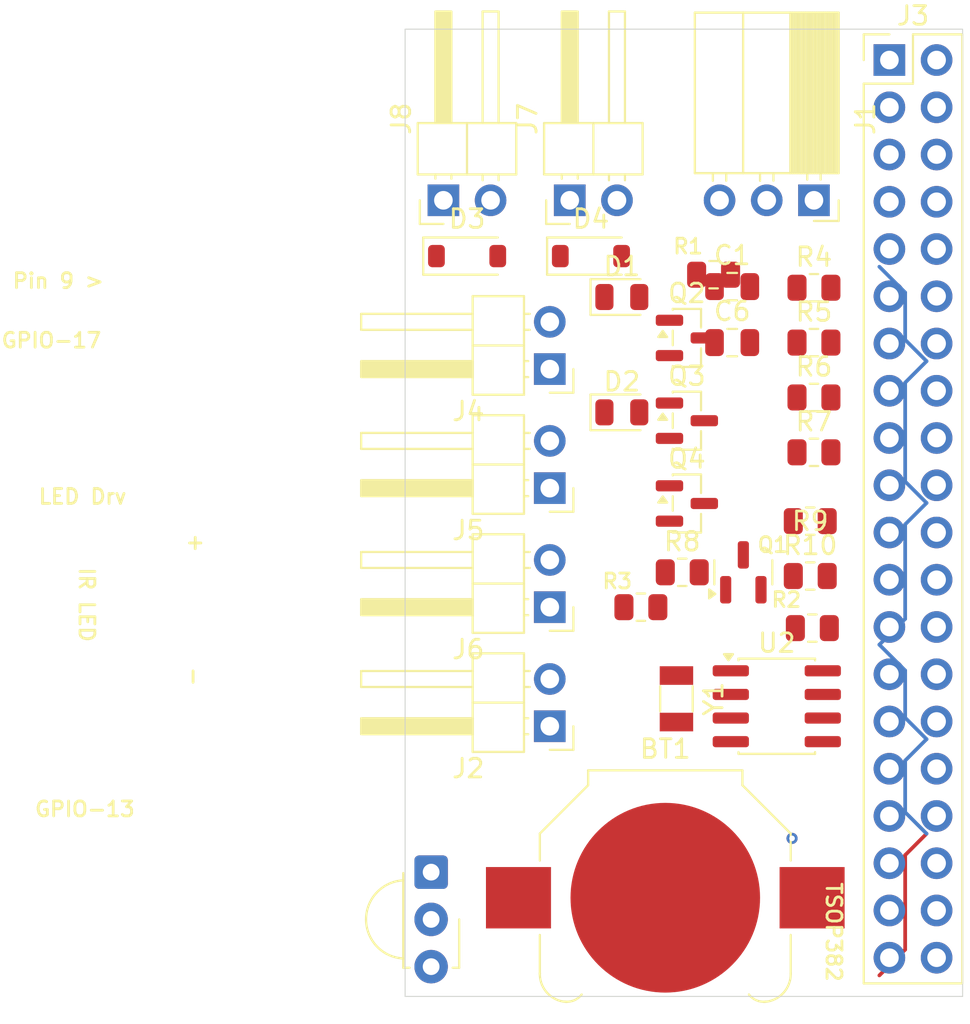
<source format=kicad_pcb>
(kicad_pcb (version 20241229) (generator "pcbnew") (generator_version "9.0")
  (layers (0 "F.Cu" signal) (2 "B.Cu" signal) (13 "F.Paste" user) (15 "B.Paste" user) (5 "F.SilkS" user "F.Silkscreen") (7 "B.SilkS" user "B.Silkscreen") (1 "F.Mask" user) (3 "B.Mask" user) (25 "Edge.Cuts" user))
  (net 0 "")
  (net 1 "GND")
  (net 2 "Net-(D3-A)")
  (net 4 "+3.3V")
  (net 5 "Net-(J2-Pin_1)")
  (net 6 "Net-(Q1-B)")
  (net 7 "Net-(BT1-+)")
  (net 8 "Net-(D1-K)")
  (net 9 "Net-(D1-A)")
  (net 10 "Net-(D2-K)")
  (net 11 "Net-(D2-A)")
  (net 12 "Net-(J1-Pin_1)")
  (net 13 "Net-(J4-Pin_1)")
  (net 14 "Net-(J5-Pin_1)")
  (net 15 "Net-(J6-Pin_1)")
  (net 16 "Net-(J3-Pin_11)")
  (net 18 "Net-(D4-A)")
  (net 19 "Net-(U2-OSCO)")
  (net 20 "+5V")
  (net 21 "Net-(U2-OSCI)")
  (net 22 "Net-(J3-Pin_5)")
  (net 30 "Net-(J3-Pin_8)")
  (net 41 "Net-(J3-Pin_3)")
  (net 50 "Net-(J5-Pin_2)")
  (net 51 "Net-(Q2-B)")
  (net 52 "Net-(Q3-B)")
  (net 53 "Net-(Q4-B)")
  (footprint "Package_TO_SOT_SMD:SOT-23" (layer "F.Cu") (at 136.9625 76.6)
    (property "Reference" "Q2" (at 0 -2.4 0) (layer "F.SilkS"))
    (property "Value" "MMBT2222A")
    (fp_line (start -0.76 -1.56) (end 0.76 -1.56) (stroke (width 0.12)) (layer "F.SilkS"))
    (fp_line (start -0.76 -1.51) (end -0.76 -1.56) (stroke (width 0.12)) (layer "F.SilkS"))
    (fp_line (start -0.76 0.39) (end -0.76 -0.39) (stroke (width 0.12)) (layer "F.SilkS"))
    (fp_line (start -0.76 1.56) (end -0.76 1.51) (stroke (width 0.12)) (layer "F.SilkS"))
    (fp_line (start 0.76 -1.56) (end 0.76 -0.56) (stroke (width 0.12)) (layer "F.SilkS"))
    (fp_line (start 0.76 0.56) (end 0.76 1.56) (stroke (width 0.12)) (layer "F.SilkS"))
    (fp_line (start 0.76 1.56) (end -0.76 1.56) (stroke (width 0.12)) (layer "F.SilkS"))
    (fp_poly (pts (xy -1.3 -0.38) (xy -1.06 -0.05) (xy -1.54 -0.05)) (stroke (width 0.12)) (fill yes) (layer "F.SilkS"))
    (pad "1" smd roundrect (at -0.9375 -0.95) (size 1.475 0.6) (layers "F.Cu" "F.Mask" "F.Paste") (net 51 "Net-(Q2-B)"))
    (pad "2" smd roundrect (at -0.9375 0.95) (size 1.475 0.6) (layers "F.Cu" "F.Mask" "F.Paste") (net 1 "GND"))
    (pad "3" smd roundrect (at 0.9375 0) (size 1.475 0.6) (layers "F.Cu" "F.Mask" "F.Paste") (net 50 "Net-(J5-Pin_2)"))
  )
  (footprint "Connector_PinHeader_2.54mm:PinHeader_1x02_P2.54mm_Horizontal" (layer "F.Cu") (at 129.585 91.075 180)
    (property "Reference" "J6" (at 4.385 -2.27 0) (layer "F.SilkS"))
    (property "Value" "HR3P-N4EC-00000" (hide yes))
    (fp_line (start 10.15 2.97) (end 4.15 2.97) (stroke (width 0.12)) (layer "F.SilkS"))
    (fp_line (start 10.15 2.11) (end 10.15 2.97) (stroke (width 0.12)) (layer "F.SilkS"))
    (fp_line (start 4.15 3.92) (end 4.15 -1.38) (stroke (width 0.12)) (layer "F.SilkS"))
    (fp_line (start 4.15 2.11) (end 10.15 2.11) (stroke (width 0.12)) (layer "F.SilkS"))
    (fp_line (start 4.15 -1.38) (end 1.39 -1.38) (stroke (width 0.12)) (layer "F.SilkS"))
    (fp_line (start 1.39 3.92) (end 4.15 3.92) (stroke (width 0.12)) (layer "F.SilkS"))
    (fp_line (start 1.39 1.27) (end 4.15 1.27) (stroke (width 0.12)) (layer "F.SilkS"))
    (fp_line (start 1.39 -1.38) (end 1.39 3.92) (stroke (width 0.12)) (layer "F.SilkS"))
    (fp_line (start 1.16 0.43) (end 1.39 0.43) (stroke (width 0.12)) (layer "F.SilkS"))
    (fp_line (start 1.16 -0.43) (end 1.39 -0.43) (stroke (width 0.12)) (layer "F.SilkS"))
    (fp_line (start 1.077358 2.97) (end 1.39 2.97) (stroke (width 0.12)) (layer "F.SilkS"))
    (fp_line (start 1.077358 2.11) (end 1.39 2.11) (stroke (width 0.12)) (layer "F.SilkS"))
    (fp_line (start -1.27 0) (end -1.27 -1.27) (stroke (width 0.12)) (layer "F.SilkS"))
    (fp_line (start -1.27 -1.27) (end 0 -1.27) (stroke (width 0.12)) (layer "F.SilkS"))
    (fp_rect (start 4.15 -0.43) (end 10.15 0.43) (stroke (width 0.12)) (fill yes) (layer "F.SilkS"))
    (pad "1" thru_hole rect (at 0 0 180) (size 1.7 1.7) (drill 1) (layers "*.Cu" "*.Mask") (net 15 "Net-(J6-Pin_1)"))
    (pad "2" thru_hole circle (at 0 2.54 180) (size 1.7 1.7) (drill 1) (layers "*.Cu" "*.Mask") (net 50 "Net-(J5-Pin_2)"))
  )
  (footprint "Resistor_SMD:R_0805_2012Metric" (layer "F.Cu") (at 143.8 73.9)
    (property "Reference" "R4" (at 0 -1.65 0) (layer "F.SilkS"))
    (property "Value" "47")
    (fp_line (start -0.227064 -0.735) (end 0.227064 -0.735) (stroke (width 0.12)) (layer "F.SilkS"))
    (fp_line (start -0.227064 0.735) (end 0.227064 0.735) (stroke (width 0.12)) (layer "F.SilkS"))
    (pad "1" smd roundrect (at -0.9125 0) (size 1.025 1.4) (layers "F.Cu" "F.Mask" "F.Paste") (roundrect_rratio 0.243902) (net 4 "+3.3V"))
    (pad "2" smd roundrect (at 0.9125 0) (size 1.025 1.4) (layers "F.Cu" "F.Mask" "F.Paste") (roundrect_rratio 0.243902) (net 13 "Net-(J4-Pin_1)"))
  )
  (footprint "Resistor_SMD:R_0805_2012Metric" (layer "F.Cu") (at 136.7125 89.2)
    (property "Reference" "R8" (at 0 -1.65 0) (layer "F.SilkS"))
    (property "Value" "1k")
    (fp_line (start -0.227064 -0.735) (end 0.227064 -0.735) (stroke (width 0.12)) (layer "F.SilkS"))
    (fp_line (start -0.227064 0.735) (end 0.227064 0.735) (stroke (width 0.12)) (layer "F.SilkS"))
    (pad "1" smd roundrect (at -0.9125 0) (size 1.025 1.4) (layers "F.Cu" "F.Mask" "F.Paste") (roundrect_rratio 0.243902) (net 51 "Net-(Q2-B)"))
    (pad "2" smd roundrect (at 0.9125 0) (size 1.025 1.4) (layers "F.Cu" "F.Mask" "F.Paste") (roundrect_rratio 0.243902) (net 16 "Net-(J3-Pin_11)"))
  )
  (footprint "Battery:BatteryHolder_Keystone_3000_1x12mm" (layer "F.Cu") (at 135.8 106.695)
    (property "Reference" "BT1" (at 0 -8 0) (layer "F.SilkS"))
    (property "Value" "Battery_Cell" (hide yes))
    (fp_line (start -6.75 -3.45) (end -4.15 -6.05) (stroke (width 0.12)) (layer "F.SilkS"))
    (fp_line (start -6.75 -2) (end -6.75 -3.45) (stroke (width 0.12)) (layer "F.SilkS"))
    (fp_line (start -6.75 2) (end -6.75 4.1) (stroke (width 0.12)) (layer "F.SilkS"))
    (fp_line (start -4.15 -6.85) (end 4.15 -6.85) (stroke (width 0.12)) (layer "F.SilkS"))
    (fp_line (start -4.15 -6.05) (end -4.15 -6.85) (stroke (width 0.12)) (layer "F.SilkS"))
    (fp_line (start 4.15 -6.85) (end 4.15 -6.05) (stroke (width 0.12)) (layer "F.SilkS"))
    (fp_line (start 4.15 -6.05) (end 6.75 -3.45) (stroke (width 0.12)) (layer "F.SilkS"))
    (fp_line (start 6.75 -3.45) (end 6.75 -2) (stroke (width 0.12)) (layer "F.SilkS"))
    (fp_line (start 6.75 2) (end 6.75 4.1) (stroke (width 0.12)) (layer "F.SilkS"))
    (fp_arc (start -5.3 5.6) (mid -6.346016 5.125305) (end -6.75 4.05) (stroke (width 0.12)) (layer "F.SilkS"))
    (fp_arc (start -4.5 5.2) (mid -4.90584 5.514615) (end -5.414615 5.58416) (stroke (width 0.12)) (layer "F.SilkS"))
    (fp_arc (start 5.414615 5.58416) (mid 4.90584 5.514615) (end 4.5 5.2) (stroke (width 0.12)) (layer "F.SilkS"))
    (fp_arc (start 6.75 4.05) (mid 6.346016 5.125305) (end 5.3 5.6) (stroke (width 0.12)) (layer "F.SilkS"))
    (pad "1" smd rect (at -7.9 0) (size 3.5 3.3) (layers "F.Cu" "F.Mask" "F.Paste") (net 7 "Net-(BT1-+)"))
    (pad "1" smd rect (at 7.9 0) (size 3.5 3.3) (layers "F.Cu" "F.Mask" "F.Paste") (net 7 "Net-(BT1-+)"))
    (pad "2" smd circle (at 0 0) (size 10.2 10.2) (layers "F.Cu" "F.Mask") (net 1 "GND"))
  )
  (footprint "Connector_PinHeader_2.54mm:PinHeader_1x02_P2.54mm_Horizontal" (layer "F.Cu") (at 129.585 84.675 180)
    (property "Reference" "J5" (at 4.385 -2.27 0) (layer "F.SilkS"))
    (property "Value" "HR3P-N4EC-00000" (hide yes))
    (fp_line (start 10.15 2.97) (end 4.15 2.97) (stroke (width 0.12)) (layer "F.SilkS"))
    (fp_line (start 10.15 2.11) (end 10.15 2.97) (stroke (width 0.12)) (layer "F.SilkS"))
    (fp_line (start 4.15 3.92) (end 4.15 -1.38) (stroke (width 0.12)) (layer "F.SilkS"))
    (fp_line (start 4.15 2.11) (end 10.15 2.11) (stroke (width 0.12)) (layer "F.SilkS"))
    (fp_line (start 4.15 -1.38) (end 1.39 -1.38) (stroke (width 0.12)) (layer "F.SilkS"))
    (fp_line (start 1.39 3.92) (end 4.15 3.92) (stroke (width 0.12)) (layer "F.SilkS"))
    (fp_line (start 1.39 1.27) (end 4.15 1.27) (stroke (width 0.12)) (layer "F.SilkS"))
    (fp_line (start 1.39 -1.38) (end 1.39 3.92) (stroke (width 0.12)) (layer "F.SilkS"))
    (fp_line (start 1.16 0.43) (end 1.39 0.43) (stroke (width 0.12)) (layer "F.SilkS"))
    (fp_line (start 1.16 -0.43) (end 1.39 -0.43) (stroke (width 0.12)) (layer "F.SilkS"))
    (fp_line (start 1.077358 2.97) (end 1.39 2.97) (stroke (width 0.12)) (layer "F.SilkS"))
    (fp_line (start 1.077358 2.11) (end 1.39 2.11) (stroke (width 0.12)) (layer "F.SilkS"))
    (fp_line (start -1.27 0) (end -1.27 -1.27) (stroke (width 0.12)) (layer "F.SilkS"))
    (fp_line (start -1.27 -1.27) (end 0 -1.27) (stroke (width 0.12)) (layer "F.SilkS"))
    (fp_rect (start 4.15 -0.43) (end 10.15 0.43) (stroke (width 0.12)) (fill yes) (layer "F.SilkS"))
    (pad "1" thru_hole rect (at 0 0 180) (size 1.7 1.7) (drill 1) (layers "*.Cu" "*.Mask") (net 14 "Net-(J5-Pin_1)"))
    (pad "2" thru_hole circle (at 0 2.54 180) (size 1.7 1.7) (drill 1) (layers "*.Cu" "*.Mask") (net 50 "Net-(J5-Pin_2)"))
  )
  (footprint "Package_SO:SOIC-8_3.9x4.9mm_P1.27mm" (layer "F.Cu") (at 141.8 96.4)
    (property "Reference" "U2" (at 0 -3.4 0) (layer "F.SilkS"))
    (property "Value" "PCF8523T" (hide yes))
    (fp_line (start -2.06 -2.56) (end 2.06 -2.56) (stroke (width 0.12)) (layer "F.SilkS"))
    (fp_line (start -2.06 -2.465) (end -2.06 -2.56) (stroke (width 0.12)) (layer "F.SilkS"))
    (fp_line (start -2.06 2.56) (end -2.06 2.465) (stroke (width 0.12)) (layer "F.SilkS"))
    (fp_line (start 2.06 -2.56) (end 2.06 -2.465) (stroke (width 0.12)) (layer "F.SilkS"))
    (fp_line (start 2.06 2.465) (end 2.06 2.56) (stroke (width 0.12)) (layer "F.SilkS"))
    (fp_line (start 2.06 2.56) (end -2.06 2.56) (stroke (width 0.12)) (layer "F.SilkS"))
    (fp_poly (pts (xy -2.6 -2.47) (xy -2.84 -2.8) (xy -2.36 -2.8)) (stroke (width 0.12)) (fill yes) (layer "F.SilkS"))
    (pad "1" smd roundrect (at -2.475 -1.905) (size 1.95 0.6) (layers "F.Cu" "F.Mask" "F.Paste") (net 21 "Net-(U2-OSCI)"))
    (pad "2" smd roundrect (at -2.475 -0.635) (size 1.95 0.6) (layers "F.Cu" "F.Mask" "F.Paste") (net 19 "Net-(U2-OSCO)"))
    (pad "3" smd roundrect (at -2.475 0.635) (size 1.95 0.6) (layers "F.Cu" "F.Mask" "F.Paste") (net 7 "Net-(BT1-+)"))
    (pad "4" smd roundrect (at -2.475 1.905) (size 1.95 0.6) (layers "F.Cu" "F.Mask" "F.Paste") (net 1 "GND"))
    (pad "5" smd roundrect (at 2.475 1.905) (size 1.95 0.6) (layers "F.Cu" "F.Mask" "F.Paste") (net 41 "Net-(J3-Pin_3)"))
    (pad "6" smd roundrect (at 2.475 0.635) (size 1.95 0.6) (layers "F.Cu" "F.Mask" "F.Paste") (net 22 "Net-(J3-Pin_5)"))
    (pad "7" smd roundrect (at 2.475 -0.635) (size 1.95 0.6) (layers "F.Cu" "F.Mask" "F.Paste"))
    (pad "8" smd roundrect (at 2.475 -1.905) (size 1.95 0.6) (layers "F.Cu" "F.Mask" "F.Paste") (net 4 "+3.3V"))
  )
  (footprint "Capacitor_SMD:C_0805_2012Metric" (layer "F.Cu") (at 139.4 73.84)
    (property "Reference" "C1" (at 0 -1.68 0) (layer "F.SilkS"))
    (property "Value" "10nF")
    (fp_line (start -0.261252 -0.735) (end 0.261252 -0.735) (stroke (width 0.12)) (layer "F.SilkS"))
    (fp_line (start -0.261252 0.735) (end 0.261252 0.735) (stroke (width 0.12)) (layer "F.SilkS"))
    (pad "1" smd roundrect (at -0.95 0) (size 1 1.45) (layers "F.Cu" "F.Mask" "F.Paste") (net 4 "+3.3V"))
    (pad "2" smd roundrect (at 0.95 0) (size 1 1.45) (layers "F.Cu" "F.Mask" "F.Paste") (net 1 "GND"))
  )
  (footprint "Resistor_SMD:R_0805_2012Metric" (layer "F.Cu") (at 138.4 73.2)
    (property "Reference" "R1" (at -1.3735 -1.524 0) (layer "F.SilkS") (effects (font (size 0.8 0.8))))
    (property "Value" "1k" (hide yes))
    (fp_line (start -0.227064 -0.735) (end 0.227064 -0.735) (stroke (width 0.12)) (layer "F.SilkS"))
    (fp_line (start -0.227064 0.735) (end 0.227064 0.735) (stroke (width 0.12)) (layer "F.SilkS"))
    (pad "1" smd roundrect (at -0.9125 0) (size 1.025 1.4) (layers "F.Cu" "F.Mask" "F.Paste") (roundrect_rratio 0.243902) (net 6 "Net-(Q1-B)"))
    (pad "2" smd roundrect (at 0.9125 0) (size 1.025 1.4) (layers "F.Cu" "F.Mask" "F.Paste") (roundrect_rratio 0.243902) (net 16 "Net-(J3-Pin_11)"))
  )
  (footprint "Diode_SMD:D_SOD-123" (layer "F.Cu") (at 131.8 72.2)
    (property "Reference" "D4" (at 0 -2 0) (layer "F.SilkS"))
    (property "Value" "1N4007FL" (hide yes))
    (fp_line (start -2.36 -1) (end -2.36 1) (stroke (width 0.12)) (layer "F.SilkS"))
    (fp_line (start -2.36 -1) (end 1.65 -1) (stroke (width 0.12)) (layer "F.SilkS"))
    (fp_line (start -2.36 1) (end 1.65 1) (stroke (width 0.12)) (layer "F.SilkS"))
    (pad "1" smd roundrect (at -1.65 0) (size 0.9 1.2) (layers "F.Cu" "F.Mask" "F.Paste") (net 4 "+3.3V"))
    (pad "2" smd roundrect (at 1.65 0) (size 0.9 1.2) (layers "F.Cu" "F.Mask" "F.Paste") (net 18 "Net-(D4-A)"))
  )
  (footprint "Connector_PinHeader_2.54mm:PinHeader_1x02_P2.54mm_Horizontal" (layer "F.Cu") (at 129.585 78.275 180)
    (property "Reference" "J4" (at 4.385 -2.27 0) (layer "F.SilkS"))
    (property "Value" "HR3P-N4EC-00000" (hide yes))
    (fp_line (start 10.15 2.97) (end 4.15 2.97) (stroke (width 0.12)) (layer "F.SilkS"))
    (fp_line (start 10.15 2.11) (end 10.15 2.97) (stroke (width 0.12)) (layer "F.SilkS"))
    (fp_line (start 4.15 3.92) (end 4.15 -1.38) (stroke (width 0.12)) (layer "F.SilkS"))
    (fp_line (start 4.15 2.11) (end 10.15 2.11) (stroke (width 0.12)) (layer "F.SilkS"))
    (fp_line (start 4.15 -1.38) (end 1.39 -1.38) (stroke (width 0.12)) (layer "F.SilkS"))
    (fp_line (start 1.39 3.92) (end 4.15 3.92) (stroke (width 0.12)) (layer "F.SilkS"))
    (fp_line (start 1.39 1.27) (end 4.15 1.27) (stroke (width 0.12)) (layer "F.SilkS"))
    (fp_line (start 1.39 -1.38) (end 1.39 3.92) (stroke (width 0.12)) (layer "F.SilkS"))
    (fp_line (start 1.16 0.43) (end 1.39 0.43) (stroke (width 0.12)) (layer "F.SilkS"))
    (fp_line (start 1.16 -0.43) (end 1.39 -0.43) (stroke (width 0.12)) (layer "F.SilkS"))
    (fp_line (start 1.077358 2.97) (end 1.39 2.97) (stroke (width 0.12)) (layer "F.SilkS"))
    (fp_line (start 1.077358 2.11) (end 1.39 2.11) (stroke (width 0.12)) (layer "F.SilkS"))
    (fp_line (start -1.27 0) (end -1.27 -1.27) (stroke (width 0.12)) (layer "F.SilkS"))
    (fp_line (start -1.27 -1.27) (end 0 -1.27) (stroke (width 0.12)) (layer "F.SilkS"))
    (fp_rect (start 4.15 -0.43) (end 10.15 0.43) (stroke (width 0.12)) (fill yes) (layer "F.SilkS"))
    (pad "1" thru_hole rect (at 0 0 180) (size 1.7 1.7) (drill 1) (layers "*.Cu" "*.Mask") (net 13 "Net-(J4-Pin_1)"))
    (pad "2" thru_hole circle (at 0 2.54 180) (size 1.7 1.7) (drill 1) (layers "*.Cu" "*.Mask") (net 8 "Net-(D1-K)"))
  )
  (footprint "Connector_PinHeader_2.54mm:PinHeader_1x02_P2.54mm_Horizontal" (layer "F.Cu") (at 130.66 69.2 90)
    (property "Reference" "J7" (at 4.385 -2.27 90) (layer "F.SilkS"))
    (property "Value" "~")
    (fp_line (start 4.15 -1.38) (end 1.39 -1.38) (stroke (width 0.12)) (layer "F.SilkS"))
    (fp_line (start 1.39 -1.38) (end 1.39 3.92) (stroke (width 0.12)) (layer "F.SilkS"))
    (fp_line (start -1.27 -1.27) (end 0 -1.27) (stroke (width 0.12)) (layer "F.SilkS"))
    (fp_line (start 1.16 -0.43) (end 1.39 -0.43) (stroke (width 0.12)) (layer "F.SilkS"))
    (fp_line (start -1.27 0) (end -1.27 -1.27) (stroke (width 0.12)) (layer "F.SilkS"))
    (fp_line (start 1.16 0.43) (end 1.39 0.43) (stroke (width 0.12)) (layer "F.SilkS"))
    (fp_line (start 1.39 1.27) (end 4.15 1.27) (stroke (width 0.12)) (layer "F.SilkS"))
    (fp_line (start 10.15 2.11) (end 10.15 2.97) (stroke (width 0.12)) (layer "F.SilkS"))
    (fp_line (start 4.15 2.11) (end 10.15 2.11) (stroke (width 0.12)) (layer "F.SilkS"))
    (fp_line (start 1.077358 2.11) (end 1.39 2.11) (stroke (width 0.12)) (layer "F.SilkS"))
    (fp_line (start 10.15 2.97) (end 4.15 2.97) (stroke (width 0.12)) (layer "F.SilkS"))
    (fp_line (start 1.077358 2.97) (end 1.39 2.97) (stroke (width 0.12)) (layer "F.SilkS"))
    (fp_line (start 4.15 3.92) (end 4.15 -1.38) (stroke (width 0.12)) (layer "F.SilkS"))
    (fp_line (start 1.39 3.92) (end 4.15 3.92) (stroke (width 0.12)) (layer "F.SilkS"))
    (fp_rect (start 4.15 -0.43) (end 10.15 0.43) (stroke (width 0.12)) (fill yes) (layer "F.SilkS"))
    (pad "1" thru_hole rect (at 0 0 90) (size 1.7 1.7) (drill 1) (layers "*.Cu" "*.Mask") (net 4 "+3.3V"))
    (pad "2" thru_hole circle (at 0 2.54 90) (size 1.7 1.7) (drill 1) (layers "*.Cu" "*.Mask") (net 18 "Net-(D4-A)"))
  )
  (footprint "Resistor_SMD:R_0805_2012Metric" (layer "F.Cu") (at 143.6 89.4)
    (property "Reference" "R10" (at 0 -1.65 0) (layer "F.SilkS"))
    (property "Value" "1k")
    (fp_line (start -0.227064 -0.735) (end 0.227064 -0.735) (stroke (width 0.12)) (layer "F.SilkS"))
    (fp_line (start -0.227064 0.735) (end 0.227064 0.735) (stroke (width 0.12)) (layer "F.SilkS"))
    (pad "1" smd roundrect (at -0.9125 0) (size 1.025 1.4) (layers "F.Cu" "F.Mask" "F.Paste") (roundrect_rratio 0.243902) (net 53 "Net-(Q4-B)"))
    (pad "2" smd roundrect (at 0.9125 0) (size 1.025 1.4) (layers "F.Cu" "F.Mask" "F.Paste") (roundrect_rratio 0.243902) (net 30 "Net-(J3-Pin_8)"))
  )
  (footprint "Package_TO_SOT_SMD:SOT-23" (layer "F.Cu") (at 136.9625 85.5)
    (property "Reference" "Q4" (at 0 -2.4 0) (layer "F.SilkS"))
    (property "Value" "MMBT2222A")
    (fp_line (start -0.76 -1.56) (end 0.76 -1.56) (stroke (width 0.12)) (layer "F.SilkS"))
    (fp_line (start -0.76 -1.51) (end -0.76 -1.56) (stroke (width 0.12)) (layer "F.SilkS"))
    (fp_line (start -0.76 0.39) (end -0.76 -0.39) (stroke (width 0.12)) (layer "F.SilkS"))
    (fp_line (start -0.76 1.56) (end -0.76 1.51) (stroke (width 0.12)) (layer "F.SilkS"))
    (fp_line (start 0.76 -1.56) (end 0.76 -0.56) (stroke (width 0.12)) (layer "F.SilkS"))
    (fp_line (start 0.76 0.56) (end 0.76 1.56) (stroke (width 0.12)) (layer "F.SilkS"))
    (fp_line (start 0.76 1.56) (end -0.76 1.56) (stroke (width 0.12)) (layer "F.SilkS"))
    (fp_poly (pts (xy -1.3 -0.38) (xy -1.06 -0.05) (xy -1.54 -0.05)) (stroke (width 0.12)) (fill yes) (layer "F.SilkS"))
    (pad "1" smd roundrect (at -0.9375 -0.95) (size 1.475 0.6) (layers "F.Cu" "F.Mask" "F.Paste") (net 53 "Net-(Q4-B)"))
    (pad "2" smd roundrect (at -0.9375 0.95) (size 1.475 0.6) (layers "F.Cu" "F.Mask" "F.Paste") (net 1 "GND"))
    (pad "3" smd roundrect (at 0.9375 0) (size 1.475 0.6) (layers "F.Cu" "F.Mask" "F.Paste") (net 2 "Net-(D3-A)"))
  )
  (footprint "Diode_SMD:D_0805_2012Metric" (layer "F.Cu") (at 133.4625 80.6)
    (property "Reference" "D2" (at 0 -1.65 0) (layer "F.SilkS"))
    (property "Value" "LED")
    (fp_line (start -1.685 -0.96) (end -1.685 0.96) (stroke (width 0.12)) (layer "F.SilkS"))
    (fp_line (start -1.685 0.96) (end 1 0.96) (stroke (width 0.12)) (layer "F.SilkS"))
    (fp_line (start 1 -0.96) (end -1.685 -0.96) (stroke (width 0.12)) (layer "F.SilkS"))
    (pad "1" smd roundrect (at -0.9375 0) (size 0.975 1.4) (layers "F.Cu" "F.Mask" "F.Paste") (net 10 "Net-(D2-K)"))
    (pad "2" smd roundrect (at 0.9375 0) (size 0.975 1.4) (layers "F.Cu" "F.Mask" "F.Paste") (net 11 "Net-(D2-A)"))
  )
  (footprint "Resistor_SMD:R_0805_2012Metric" (layer "F.Cu") (at 143.8 79.8)
    (property "Reference" "R6" (at 0 -1.65 0) (layer "F.SilkS"))
    (property "Value" "47")
    (fp_line (start -0.227064 -0.735) (end 0.227064 -0.735) (stroke (width 0.12)) (layer "F.SilkS"))
    (fp_line (start -0.227064 0.735) (end 0.227064 0.735) (stroke (width 0.12)) (layer "F.SilkS"))
    (pad "1" smd roundrect (at -0.9125 0) (size 1.025 1.4) (layers "F.Cu" "F.Mask" "F.Paste") (roundrect_rratio 0.243902) (net 4 "+3.3V"))
    (pad "2" smd roundrect (at 0.9125 0) (size 1.025 1.4) (layers "F.Cu" "F.Mask" "F.Paste") (roundrect_rratio 0.243902) (net 15 "Net-(J6-Pin_1)"))
  )
  (footprint "OptoDevice:Vishay_MINICAST-3Pin" (layer "F.Cu") (at 123.2 105.32 -90)
    (property "Reference" "U1" (hide yes))
    (property "Value" "TSOP38238" (hide yes))
    (fp_line (start 5.14 1.5) (end 0.05 1.5) (stroke (width 0.12)) (layer "F.SilkS"))
    (fp_line (start 5.14 1.16) (end 5.14 1.5) (stroke (width 0.12)) (layer "F.SilkS"))
    (fp_line (start 5.14 -1.16) (end 5.14 -1.51) (stroke (width 0.12)) (layer "F.SilkS"))
    (fp_line (start 5.14 -1.51) (end 2.54 -1.51) (stroke (width 0.12)) (layer "F.SilkS"))
    (fp_arc (start 4.64 1.5) (mid 2.540869 3.502379) (end 0.440083 1.501736) (stroke (width 0.12)) (layer "F.SilkS"))
    (pad "1" thru_hole roundrect (at 0 0 270) (size 1.8 1.8) (drill 0.9) (layers "*.Cu" "*.Mask") (roundrect_rratio 0.139) (net 11 "Net-(D2-A)"))
    (pad "2" thru_hole circle (at 2.54 0 270) (size 1.8 1.8) (drill 0.9) (layers "*.Cu" "*.Mask") (net 1 "GND"))
    (pad "3" thru_hole circle (at 5.08 0 270) (size 1.8 1.8) (drill 0.9) (layers "*.Cu" "*.Mask") (net 4 "+3.3V"))
  )
  (footprint "Connector_PinSocket_2.54mm:PinSocket_1x03_P2.54mm_Horizontal" (layer "F.Cu") (at 143.8 69.2 -90)
    (property "Reference" "J1" (at -4.38 -2.77 90) (layer "F.SilkS"))
    (property "Value" "Conn_01x03_Pin")
    (fp_line (start -10.09 6.41) (end -1.46 6.41) (stroke (width 0.12)) (layer "F.SilkS"))
    (fp_line (start -1.46 5.44) (end -1.05 5.44) (stroke (width 0.12)) (layer "F.SilkS"))
    (fp_line (start -1.46 4.72) (end -1.05 4.72) (stroke (width 0.12)) (layer "F.SilkS"))
    (fp_line (start -10.09 3.81) (end -1.46 3.81) (stroke (width 0.12)) (layer "F.SilkS"))
    (fp_line (start -1.46 2.9) (end -1.05 2.9) (stroke (width 0.12)) (layer "F.SilkS"))
    (fp_line (start -1.46 2.18) (end -1.05 2.18) (stroke (width 0.12)) (layer "F.SilkS"))
    (fp_line (start -10.09 1.27) (end -1.46 1.27) (stroke (width 0.12)) (layer "F.SilkS"))
    (fp_line (start -10.09 1.1519) (end -1.46 1.1519) (stroke (width 0.12)) (layer "F.SilkS"))
    (fp_line (start -10.09 1.033805) (end -1.46 1.033805) (stroke (width 0.12)) (layer "F.SilkS"))
    (fp_line (start -10.09 0.91571) (end -1.46 0.91571) (stroke (width 0.12)) (layer "F.SilkS"))
    (fp_line (start -10.09 0.797615) (end -1.46 0.797615) (stroke (width 0.12)) (layer "F.SilkS"))
    (fp_line (start -10.09 0.67952) (end -1.46 0.67952) (stroke (width 0.12)) (layer "F.SilkS"))
    (fp_line (start -10.09 0.561425) (end -1.46 0.561425) (stroke (width 0.12)) (layer "F.SilkS"))
    (fp_line (start -10.09 0.44333) (end -1.46 0.44333) (stroke (width 0.12)) (layer "F.SilkS"))
    (fp_line (start -1.46 0.36) (end -1.11 0.36) (stroke (width 0.12)) (layer "F.SilkS"))
    (fp_line (start -10.09 0.325235) (end -1.46 0.325235) (stroke (width 0.12)) (layer "F.SilkS"))
    (fp_line (start -10.09 0.20714) (end -1.46 0.20714) (stroke (width 0.12)) (layer "F.SilkS"))
    (fp_line (start -10.09 0.089045) (end -1.46 0.089045) (stroke (width 0.12)) (layer "F.SilkS"))
    (fp_line (start -10.09 -0.02905) (end -1.46 -0.02905) (stroke (width 0.12)) (layer "F.SilkS"))
    (fp_line (start -10.09 -0.147145) (end -1.46 -0.147145) (stroke (width 0.12)) (layer "F.SilkS"))
    (fp_line (start -10.09 -0.26524) (end -1.46 -0.26524) (stroke (width 0.12)) (layer "F.SilkS"))
    (fp_line (start -1.46 -0.36) (end -1.11 -0.36) (stroke (width 0.12)) (layer "F.SilkS"))
    (fp_line (start -10.09 -0.383335) (end -1.46 -0.383335) (stroke (width 0.12)) (layer "F.SilkS"))
    (fp_line (start -10.09 -0.50143) (end -1.46 -0.50143) (stroke (width 0.12)) (layer "F.SilkS"))
    (fp_line (start -10.09 -0.619525) (end -1.46 -0.619525) (stroke (width 0.12)) (layer "F.SilkS"))
    (fp_line (start -10.09 -0.73762) (end -1.46 -0.73762) (stroke (width 0.12)) (layer "F.SilkS"))
    (fp_line (start -10.09 -0.855715) (end -1.46 -0.855715) (stroke (width 0.12)) (layer "F.SilkS"))
    (fp_line (start -10.09 -0.97381) (end -1.46 -0.97381) (stroke (width 0.12)) (layer "F.SilkS"))
    (fp_line (start -10.09 -1.091905) (end -1.46 -1.091905) (stroke (width 0.12)) (layer "F.SilkS"))
    (fp_line (start -10.09 -1.21) (end -1.46 -1.21) (stroke (width 0.12)) (layer "F.SilkS"))
    (fp_line (start -10.09 -1.33) (end -10.09 6.41) (stroke (width 0.12)) (layer "F.SilkS"))
    (fp_line (start -10.09 -1.33) (end -1.46 -1.33) (stroke (width 0.12)) (layer "F.SilkS"))
    (fp_line (start -1.46 -1.33) (end -1.46 6.41) (stroke (width 0.12)) (layer "F.SilkS"))
    (fp_line (start 0 -1.33) (end 1.11 -1.33) (stroke (width 0.12)) (layer "F.SilkS"))
    (fp_line (start 1.11 -1.33) (end 1.11 0) (stroke (width 0.12)) (layer "F.SilkS"))
    (pad "1" thru_hole rect (at 0 0 270) (size 1.7 1.7) (drill 1) (layers "*.Cu" "*.Mask") (net 12 "Net-(J1-Pin_1)"))
    (pad "2" thru_hole circle (at 0 2.54 270) (size 1.7 1.7) (drill 1) (layers "*.Cu" "*.Mask"))
    (pad "3" thru_hole circle (at 0 5.08 270) (size 1.7 1.7) (drill 1) (layers "*.Cu" "*.Mask") (net 20 "+5V"))
  )
  (footprint "Resistor_SMD:R_0805_2012Metric" (layer "F.Cu") (at 143.6 86.45)
    (property "Reference" "R9" (at 0 0 0) (layer "F.SilkS"))
    (property "Value" "1k")
    (fp_line (start -0.227064 -0.735) (end 0.227064 -0.735) (stroke (width 0.12)) (layer "F.SilkS"))
    (fp_line (start -0.227064 0.735) (end 0.227064 0.735) (stroke (width 0.12)) (layer "F.SilkS"))
    (pad "1" smd roundrect (at -0.9125 0) (size 1.025 1.4) (layers "F.Cu" "F.Mask" "F.Paste") (roundrect_rratio 0.243902) (net 52 "Net-(Q3-B)"))
    (pad "2" smd roundrect (at 0.9125 0) (size 1.025 1.4) (layers "F.Cu" "F.Mask" "F.Paste") (roundrect_rratio 0.243902) (net 30 "Net-(J3-Pin_8)"))
  )
  (footprint "Package_TO_SOT_SMD:SOT-23" (layer "F.Cu") (at 140 89.2 90)
    (property "Reference" "Q1" (at 1.4755 1.585 180) (layer "F.SilkS") (effects (font (size 0.8 0.8))))
    (property "Value" "MMBT2222A" (hide yes))
    (fp_line (start 0 -1.56) (end 0.65 -1.56) (stroke (width 0.12)) (layer "F.SilkS"))
    (fp_line (start 0 -1.56) (end -0.65 -1.56) (stroke (width 0.12)) (layer "F.SilkS"))
    (fp_line (start 0 1.56) (end 0.65 1.56) (stroke (width 0.12)) (layer "F.SilkS"))
    (fp_line (start 0 1.56) (end -0.65 1.56) (stroke (width 0.12)) (layer "F.SilkS"))
    (fp_poly (pts (xy -1.1625 -1.51) (xy -1.4025 -1.84) (xy -0.9225 -1.84)) (stroke (width 0.12)) (fill yes) (layer "F.SilkS"))
    (pad "1" smd roundrect (at -0.9375 -0.95 90) (size 1.475 0.6) (layers "F.Cu" "F.Mask" "F.Paste") (net 6 "Net-(Q1-B)"))
    (pad "2" smd roundrect (at -0.9375 0.95 90) (size 1.475 0.6) (layers "F.Cu" "F.Mask" "F.Paste") (net 1 "GND"))
    (pad "3" smd roundrect (at 0.9375 0 90) (size 1.475 0.6) (layers "F.Cu" "F.Mask" "F.Paste") (net 8 "Net-(D1-K)"))
  )
  (footprint "Connector_PinHeader_2.54mm:PinHeader_1x02_P2.54mm_Horizontal" (layer "F.Cu") (at 123.86 69.2 90)
    (property "Reference" "J8" (at 4.385 -2.27 90) (layer "F.SilkS"))
    (property "Value" "~")
    (fp_line (start 4.15 -1.38) (end 1.39 -1.38) (stroke (width 0.12)) (layer "F.SilkS"))
    (fp_line (start 1.39 -1.38) (end 1.39 3.92) (stroke (width 0.12)) (layer "F.SilkS"))
    (fp_line (start -1.27 -1.27) (end 0 -1.27) (stroke (width 0.12)) (layer "F.SilkS"))
    (fp_line (start 1.16 -0.43) (end 1.39 -0.43) (stroke (width 0.12)) (layer "F.SilkS"))
    (fp_line (start -1.27 0) (end -1.27 -1.27) (stroke (width 0.12)) (layer "F.SilkS"))
    (fp_line (start 1.16 0.43) (end 1.39 0.43) (stroke (width 0.12)) (layer "F.SilkS"))
    (fp_line (start 1.39 1.27) (end 4.15 1.27) (stroke (width 0.12)) (layer "F.SilkS"))
    (fp_line (start 10.15 2.11) (end 10.15 2.97) (stroke (width 0.12)) (layer "F.SilkS"))
    (fp_line (start 4.15 2.11) (end 10.15 2.11) (stroke (width 0.12)) (layer "F.SilkS"))
    (fp_line (start 1.077358 2.11) (end 1.39 2.11) (stroke (width 0.12)) (layer "F.SilkS"))
    (fp_line (start 10.15 2.97) (end 4.15 2.97) (stroke (width 0.12)) (layer "F.SilkS"))
    (fp_line (start 1.077358 2.97) (end 1.39 2.97) (stroke (width 0.12)) (layer "F.SilkS"))
    (fp_line (start 4.15 3.92) (end 4.15 -1.38) (stroke (width 0.12)) (layer "F.SilkS"))
    (fp_line (start 1.39 3.92) (end 4.15 3.92) (stroke (width 0.12)) (layer "F.SilkS"))
    (fp_rect (start 4.15 -0.43) (end 10.15 0.43) (stroke (width 0.12)) (fill yes) (layer "F.SilkS"))
    (pad "1" thru_hole rect (at 0 0 90) (size 1.7 1.7) (drill 1) (layers "*.Cu" "*.Mask") (net 4 "+3.3V"))
    (pad "2" thru_hole circle (at 0 2.54 90) (size 1.7 1.7) (drill 1) (layers "*.Cu" "*.Mask") (net 2 "Net-(D3-A)"))
  )
  (footprint "Diode_SMD:D_SOD-123" (layer "F.Cu") (at 125.135 72.2)
    (property "Reference" "D3" (at 0 -2 0) (layer "F.SilkS"))
    (property "Value" "1N4007FL" (hide yes))
    (fp_line (start -2.36 -1) (end -2.36 1) (stroke (width 0.12)) (layer "F.SilkS"))
    (fp_line (start -2.36 -1) (end 1.65 -1) (stroke (width 0.12)) (layer "F.SilkS"))
    (fp_line (start -2.36 1) (end 1.65 1) (stroke (width 0.12)) (layer "F.SilkS"))
    (pad "1" smd roundrect (at -1.65 0) (size 0.9 1.2) (layers "F.Cu" "F.Mask" "F.Paste") (net 4 "+3.3V"))
    (pad "2" smd roundrect (at 1.65 0) (size 0.9 1.2) (layers "F.Cu" "F.Mask" "F.Paste") (net 2 "Net-(D3-A)"))
  )
  (footprint "Crystal:Crystal_SMD_3215-2Pin_3.2x1.5mm" (layer "F.Cu") (at 136.4 96 -90)
    (property "Reference" "Y1" (at 0 -2 90) (layer "F.SilkS"))
    (property "Value" "Crystal")
    (fp_line (start -0.675 0.875) (end 0.675 0.875) (stroke (width 0.12)) (layer "F.SilkS"))
    (fp_line (start -0.675 -0.875) (end 0.675 -0.875) (stroke (width 0.12)) (layer "F.SilkS"))
    (pad "1" smd rect (at 1.25 0 270) (size 1 1.8) (layers "F.Cu" "F.Mask" "F.Paste") (net 19 "Net-(U2-OSCO)"))
    (pad "2" smd rect (at -1.25 0 270) (size 1 1.8) (layers "F.Cu" "F.Mask" "F.Paste") (net 21 "Net-(U2-OSCI)"))
  )
  (footprint "Resistor_SMD:R_0805_2012Metric" (layer "F.Cu") (at 143.8 82.75)
    (property "Reference" "R7" (at 0 -1.65 0) (layer "F.SilkS"))
    (property "Value" "470")
    (fp_line (start -0.227064 -0.735) (end 0.227064 -0.735) (stroke (width 0.12)) (layer "F.SilkS"))
    (fp_line (start -0.227064 0.735) (end 0.227064 0.735) (stroke (width 0.12)) (layer "F.SilkS"))
    (pad "1" smd roundrect (at -0.9125 0) (size 1.025 1.4) (layers "F.Cu" "F.Mask" "F.Paste") (roundrect_rratio 0.243902) (net 4 "+3.3V"))
    (pad "2" smd roundrect (at 0.9125 0) (size 1.025 1.4) (layers "F.Cu" "F.Mask" "F.Paste") (roundrect_rratio 0.243902) (net 9 "Net-(D1-A)"))
  )
  (footprint "Resistor_SMD:R_0805_2012Metric" (layer "F.Cu") (at 143.8 76.85)
    (property "Reference" "R5" (at 0 -1.65 0) (layer "F.SilkS"))
    (property "Value" "47")
    (fp_line (start -0.227064 -0.735) (end 0.227064 -0.735) (stroke (width 0.12)) (layer "F.SilkS"))
    (fp_line (start -0.227064 0.735) (end 0.227064 0.735) (stroke (width 0.12)) (layer "F.SilkS"))
    (pad "1" smd roundrect (at -0.9125 0) (size 1.025 1.4) (layers "F.Cu" "F.Mask" "F.Paste") (roundrect_rratio 0.243902) (net 4 "+3.3V"))
    (pad "2" smd roundrect (at 0.9125 0) (size 1.025 1.4) (layers "F.Cu" "F.Mask" "F.Paste") (roundrect_rratio 0.243902) (net 14 "Net-(J5-Pin_1)"))
  )
  (footprint "Diode_SMD:D_0805_2012Metric" (layer "F.Cu") (at 133.4625 74.4)
    (property "Reference" "D1" (at 0 -1.65 0) (layer "F.SilkS"))
    (property "Value" "LED")
    (fp_line (start -1.685 -0.96) (end -1.685 0.96) (stroke (width 0.12)) (layer "F.SilkS"))
    (fp_line (start -1.685 0.96) (end 1 0.96) (stroke (width 0.12)) (layer "F.SilkS"))
    (fp_line (start 1 -0.96) (end -1.685 -0.96) (stroke (width 0.12)) (layer "F.SilkS"))
    (pad "1" smd roundrect (at -0.9375 0) (size 0.975 1.4) (layers "F.Cu" "F.Mask" "F.Paste") (net 8 "Net-(D1-K)"))
    (pad "2" smd roundrect (at 0.9375 0) (size 0.975 1.4) (layers "F.Cu" "F.Mask" "F.Paste") (net 9 "Net-(D1-A)"))
  )
  (footprint "Resistor_SMD:R_0805_2012Metric" (layer "F.Cu") (at 134.4875 91.075)
    (property "Reference" "R3" (at -1.27 -1.397 0) (layer "F.SilkS") (effects (font (size 0.8 0.8))))
    (property "Value" "470" (hide yes))
    (fp_line (start -0.227064 -0.735) (end 0.227064 -0.735) (stroke (width 0.12)) (layer "F.SilkS"))
    (fp_line (start -0.227064 0.735) (end 0.227064 0.735) (stroke (width 0.12)) (layer "F.SilkS"))
    (pad "1" smd roundrect (at -0.9125 0) (size 1.025 1.4) (layers "F.Cu" "F.Mask" "F.Paste") (roundrect_rratio 0.243902) (net 1 "GND"))
    (pad "2" smd roundrect (at 0.9125 0) (size 1.025 1.4) (layers "F.Cu" "F.Mask" "F.Paste") (roundrect_rratio 0.243902) (net 10 "Net-(D2-K)"))
  )
  (footprint "Capacitor_SMD:C_0805_2012Metric" (layer "F.Cu") (at 139.4 76.85)
    (property "Reference" "C6" (at 0 -1.68 0) (layer "F.SilkS"))
    (property "Value" "10nF")
    (fp_line (start -0.261252 -0.735) (end 0.261252 -0.735) (stroke (width 0.12)) (layer "F.SilkS"))
    (fp_line (start -0.261252 0.735) (end 0.261252 0.735) (stroke (width 0.12)) (layer "F.SilkS"))
    (pad "1" smd roundrect (at -0.95 0) (size 1 1.45) (layers "F.Cu" "F.Mask" "F.Paste") (net 4 "+3.3V"))
    (pad "2" smd roundrect (at 0.95 0) (size 1 1.45) (layers "F.Cu" "F.Mask" "F.Paste") (net 1 "GND"))
  )
  (footprint "Connector_PinHeader_2.54mm:PinHeader_1x02_P2.54mm_Horizontal" (layer "F.Cu") (at 129.585 97.475 180)
    (property "Reference" "J2" (at 4.385 -2.27 0) (layer "F.SilkS"))
    (property "Value" "HR3P-N4EC-00000" (hide yes))
    (fp_line (start 10.15 2.97) (end 4.15 2.97) (stroke (width 0.12)) (layer "F.SilkS"))
    (fp_line (start 10.15 2.11) (end 10.15 2.97) (stroke (width 0.12)) (layer "F.SilkS"))
    (fp_line (start 4.15 3.92) (end 4.15 -1.38) (stroke (width 0.12)) (layer "F.SilkS"))
    (fp_line (start 4.15 2.11) (end 10.15 2.11) (stroke (width 0.12)) (layer "F.SilkS"))
    (fp_line (start 4.15 -1.38) (end 1.39 -1.38) (stroke (width 0.12)) (layer "F.SilkS"))
    (fp_line (start 1.39 3.92) (end 4.15 3.92) (stroke (width 0.12)) (layer "F.SilkS"))
    (fp_line (start 1.39 1.27) (end 4.15 1.27) (stroke (width 0.12)) (layer "F.SilkS"))
    (fp_line (start 1.39 -1.38) (end 1.39 3.92) (stroke (width 0.12)) (layer "F.SilkS"))
    (fp_line (start 1.16 0.43) (end 1.39 0.43) (stroke (width 0.12)) (layer "F.SilkS"))
    (fp_line (start 1.16 -0.43) (end 1.39 -0.43) (stroke (width 0.12)) (layer "F.SilkS"))
    (fp_line (start 1.077358 2.97) (end 1.39 2.97) (stroke (width 0.12)) (layer "F.SilkS"))
    (fp_line (start 1.077358 2.11) (end 1.39 2.11) (stroke (width 0.12)) (layer "F.SilkS"))
    (fp_line (start -1.27 0) (end -1.27 -1.27) (stroke (width 0.12)) (layer "F.SilkS"))
    (fp_line (start -1.27 -1.27) (end 0 -1.27) (stroke (width 0.12)) (layer "F.SilkS"))
    (fp_rect (start 4.15 -0.43) (end 10.15 0.43) (stroke (width 0.12)) (fill yes) (layer "F.SilkS"))
    (pad "1" thru_hole rect (at 0 0 180) (size 1.7 1.7) (drill 1) (layers "*.Cu" "*.Mask") (net 5 "Net-(J2-Pin_1)"))
    (pad "2" thru_hole circle (at 0 2.54 180) (size 1.7 1.7) (drill 1) (layers "*.Cu" "*.Mask") (net 8 "Net-(D1-K)"))
  )
  (footprint "Resistor_SMD:R_0805_2012Metric" (layer "F.Cu") (at 143.7125 92.2 180)
    (property "Reference" "R2" (at 1.397 1.524 0) (layer "F.SilkS") (effects (font (size 0.8 0.8))))
    (property "Value" "47" (hide yes))
    (fp_line (start -0.227064 0.735) (end 0.227064 0.735) (stroke (width 0.12)) (layer "F.SilkS"))
    (fp_line (start -0.227064 -0.735) (end 0.227064 -0.735) (stroke (width 0.12)) (layer "F.SilkS"))
    (pad "1" smd roundrect (at -0.9125 0 180) (size 1.025 1.4) (layers "F.Cu" "F.Mask" "F.Paste") (roundrect_rratio 0.243902) (net 4 "+3.3V"))
    (pad "2" smd roundrect (at 0.9125 0 180) (size 1.025 1.4) (layers "F.Cu" "F.Mask" "F.Paste") (roundrect_rratio 0.243902) (net 5 "Net-(J2-Pin_1)"))
  )
  (footprint "Connector_PinHeader_2.54mm:PinHeader_2x20_P2.54mm_Vertical" (layer "F.Cu") (at 147.86 61.66)
    (property "Reference" "J3" (at 1.27 -2.38 0) (layer "F.SilkS"))
    (property "Value" "Conn_02x20_Odd_Even" (hide yes))
    (fp_line (start -1.38 -1.38) (end 0 -1.38) (stroke (width 0.12)) (layer "F.SilkS"))
    (fp_line (start -1.38 0) (end -1.38 -1.38) (stroke (width 0.12)) (layer "F.SilkS"))
    (fp_line (start -1.38 1.27) (end -1.38 49.64) (stroke (width 0.12)) (layer "F.SilkS"))
    (fp_line (start -1.38 1.27) (end 1.27 1.27) (stroke (width 0.12)) (layer "F.SilkS"))
    (fp_line (start -1.38 49.64) (end 3.92 49.64) (stroke (width 0.12)) (layer "F.SilkS"))
    (fp_line (start 1.27 -1.38) (end 3.92 -1.38) (stroke (width 0.12)) (layer "F.SilkS"))
    (fp_line (start 1.27 1.27) (end 1.27 -1.38) (stroke (width 0.12)) (layer "F.SilkS"))
    (fp_line (start 3.92 -1.38) (end 3.92 49.64) (stroke (width 0.12)) (layer "F.SilkS"))
    (pad "1" thru_hole rect (at 0 0) (size 1.7 1.7) (drill 1) (layers "*.Cu" "*.Mask"))
    (pad "2" thru_hole circle (at 2.54 0) (size 1.7 1.7) (drill 1) (layers "*.Cu" "*.Mask") (net 20 "+5V"))
    (pad "3" thru_hole circle (at 0 2.54) (size 1.7 1.7) (drill 1) (layers "*.Cu" "*.Mask") (net 41 "Net-(J3-Pin_3)"))
    (pad "4" thru_hole circle (at 2.54 2.54) (size 1.7 1.7) (drill 1) (layers "*.Cu" "*.Mask"))
    (pad "5" thru_hole circle (at 0 5.08) (size 1.7 1.7) (drill 1) (layers "*.Cu" "*.Mask") (net 22 "Net-(J3-Pin_5)"))
    (pad "6" thru_hole circle (at 2.54 5.08) (size 1.7 1.7) (drill 1) (layers "*.Cu" "*.Mask") (net 12 "Net-(J1-Pin_1)"))
    (pad "7" thru_hole circle (at 0 7.62) (size 1.7 1.7) (drill 1) (layers "*.Cu" "*.Mask"))
    (pad "8" thru_hole circle (at 2.54 7.62) (size 1.7 1.7) (drill 1) (layers "*.Cu" "*.Mask") (net 30 "Net-(J3-Pin_8)"))
    (pad "9" thru_hole circle (at 0 10.16) (size 1.7 1.7) (drill 1) (layers "*.Cu" "*.Mask") (net 1 "GND"))
    (pad "10" thru_hole circle (at 2.54 10.16) (size 1.7 1.7) (drill 1) (layers "*.Cu" "*.Mask"))
    (pad "11" thru_hole circle (at 0 12.7) (size 1.7 1.7) (drill 1) (layers "*.Cu" "*.Mask") (net 16 "Net-(J3-Pin_11)"))
    (pad "12" thru_hole circle (at 2.54 12.7) (size 1.7 1.7) (drill 1) (layers "*.Cu" "*.Mask") (net 11 "Net-(D2-A)"))
    (pad "13" thru_hole circle (at 0 15.24) (size 1.7 1.7) (drill 1) (layers "*.Cu" "*.Mask"))
    (pad "14" thru_hole circle (at 2.54 15.24) (size 1.7 1.7) (drill 1) (layers "*.Cu" "*.Mask") (net 1 "GND"))
    (pad "15" thru_hole circle (at 0 17.78) (size 1.7 1.7) (drill 1) (layers "*.Cu" "*.Mask"))
    (pad "16" thru_hole circle (at 2.54 17.78) (size 1.7 1.7) (drill 1) (layers "*.Cu" "*.Mask"))
    (pad "17" thru_hole circle (at 0 20.32) (size 1.7 1.7) (drill 1) (layers "*.Cu" "*.Mask") (net 4 "+3.3V"))
    (pad "18" thru_hole circle (at 2.54 20.32) (size 1.7 1.7) (drill 1) (layers "*.Cu" "*.Mask"))
    (pad "19" thru_hole circle (at 0 22.86) (size 1.7 1.7) (drill 1) (layers "*.Cu" "*.Mask"))
    (pad "20" thru_hole circle (at 2.54 22.86) (size 1.7 1.7) (drill 1) (layers "*.Cu" "*.Mask") (net 1 "GND"))
    (pad "21" thru_hole circle (at 0 25.4) (size 1.7 1.7) (drill 1) (layers "*.Cu" "*.Mask"))
    (pad "22" thru_hole circle (at 2.54 25.4) (size 1.7 1.7) (drill 1) (layers "*.Cu" "*.Mask"))
    (pad "23" thru_hole circle (at 0 27.94) (size 1.7 1.7) (drill 1) (layers "*.Cu" "*.Mask"))
    (pad "24" thru_hole circle (at 2.54 27.94) (size 1.7 1.7) (drill 1) (layers "*.Cu" "*.Mask"))
    (pad "25" thru_hole circle (at 0 30.48) (size 1.7 1.7) (drill 1) (layers "*.Cu" "*.Mask") (net 1 "GND"))
    (pad "26" thru_hole circle (at 2.54 30.48) (size 1.7 1.7) (drill 1) (layers "*.Cu" "*.Mask"))
    (pad "27" thru_hole circle (at 0 33.02) (size 1.7 1.7) (drill 1) (layers "*.Cu" "*.Mask"))
    (pad "28" thru_hole circle (at 2.54 33.02) (size 1.7 1.7) (drill 1) (layers "*.Cu" "*.Mask"))
    (pad "29" thru_hole circle (at 0 35.56) (size 1.7 1.7) (drill 1) (layers "*.Cu" "*.Mask"))
    (pad "30" thru_hole circle (at 2.54 35.56) (size 1.7 1.7) (drill 1) (layers "*.Cu" "*.Mask") (net 1 "GND"))
    (pad "31" thru_hole circle (at 0 38.1) (size 1.7 1.7) (drill 1) (layers "*.Cu" "*.Mask"))
    (pad "32" thru_hole circle (at 2.54 38.1) (size 1.7 1.7) (drill 1) (layers "*.Cu" "*.Mask"))
    (pad "33" thru_hole circle (at 0 40.64) (size 1.7 1.7) (drill 1) (layers "*.Cu" "*.Mask"))
    (pad "34" thru_hole circle (at 2.54 40.64) (size 1.7 1.7) (drill 1) (layers "*.Cu" "*.Mask") (net 1 "GND"))
    (pad "35" thru_hole circle (at 0 43.18) (size 1.7 1.7) (drill 1) (layers "*.Cu" "*.Mask"))
    (pad "36" thru_hole circle (at 2.54 43.18) (size 1.7 1.7) (drill 1) (layers "*.Cu" "*.Mask"))
    (pad "37" thru_hole circle (at 0 45.72) (size 1.7 1.7) (drill 1) (layers "*.Cu" "*.Mask"))
    (pad "38" thru_hole circle (at 2.54 45.72) (size 1.7 1.7) (drill 1) (layers "*.Cu" "*.Mask"))
    (pad "39" thru_hole circle (at 0 48.26) (size 1.7 1.7) (drill 1) (layers "*.Cu" "*.Mask") (net 1 "GND"))
    (pad "40" thru_hole circle (at 2.54 48.26) (size 1.7 1.7) (drill 1) (layers "*.Cu" "*.Mask"))
  )
  (footprint "Package_TO_SOT_SMD:SOT-23" (layer "F.Cu") (at 136.9625 81.05)
    (property "Reference" "Q3" (at 0 -2.4 0) (layer "F.SilkS"))
    (property "Value" "MMBT2222A")
    (fp_line (start -0.76 -1.56) (end 0.76 -1.56) (stroke (width 0.12)) (layer "F.SilkS"))
    (fp_line (start -0.76 -1.51) (end -0.76 -1.56) (stroke (width 0.12)) (layer "F.SilkS"))
    (fp_line (start -0.76 0.39) (end -0.76 -0.39) (stroke (width 0.12)) (layer "F.SilkS"))
    (fp_line (start -0.76 1.56) (end -0.76 1.51) (stroke (width 0.12)) (layer "F.SilkS"))
    (fp_line (start 0.76 -1.56) (end 0.76 -0.56) (stroke (width 0.12)) (layer "F.SilkS"))
    (fp_line (start 0.76 0.56) (end 0.76 1.56) (stroke (width 0.12)) (layer "F.SilkS"))
    (fp_line (start 0.76 1.56) (end -0.76 1.56) (stroke (width 0.12)) (layer "F.SilkS"))
    (fp_poly (pts (xy -1.3 -0.38) (xy -1.06 -0.05) (xy -1.54 -0.05)) (stroke (width 0.12)) (fill yes) (layer "F.SilkS"))
    (pad "1" smd roundrect (at -0.9375 -0.95) (size 1.475 0.6) (layers "F.Cu" "F.Mask" "F.Paste") (net 52 "Net-(Q3-B)"))
    (pad "2" smd roundrect (at -0.9375 0.95) (size 1.475 0.6) (layers "F.Cu" "F.Mask" "F.Paste") (net 1 "GND"))
    (pad "3" smd roundrect (at 0.9375 0) (size 1.475 0.6) (layers "F.Cu" "F.Mask" "F.Paste") (net 18 "Net-(D4-A)"))
  )
  (gr_line (start 151.7785 60) (end 121.8 60) (stroke (width 0.05)) (layer "Edge.Cuts"))
  (gr_line (start 121.8 60) (end 121.8 112) (stroke (width 0.05)) (layer "Edge.Cuts"))
  (gr_line (start 151.8 112) (end 151.8 60) (stroke (width 0.05)) (layer "Edge.Cuts"))
  (gr_line (start 121.8 112) (end 151.8 112) (stroke (width 0.05)) (layer "Edge.Cuts"))
  (gr_text "LED Drv" (at 102 85.6 0) (layer "F.SilkS") (effects (font (size 0.8 0.8) (thickness 0.15) (bold yes)) (justify left bottom)))
  (gr_text "IR LED" (at 104.2 88.865 270) (layer "F.SilkS") (effects (font (size 0.8 0.8) (thickness 0.15) (bold yes)) (justify left bottom)))
  (gr_text "GPIO-13" (at 101.8 102.4 0) (layer "F.SilkS") (effects (font (size 0.8 0.8) (thickness 0.15) (bold yes)) (justify left bottom)))
  (gr_text "-" (at 110.8 95.4 90) (layer "F.SilkS") (effects (font (size 0.8 0.8) (thickness 0.15) (bold yes)) (justify left bottom)))
  (gr_text "+" (at 109.911 88.034 0) (layer "F.SilkS") (effects (font (size 0.8 0.8) (thickness 0.15) (bold yes)) (justify left bottom)))
  (gr_text "Pin 9 >" (at 100.6 74 0) (layer "F.SilkS") (effects (font (size 0.8 0.8) (thickness 0.15) (bold yes)) (justify left bottom)))
  (gr_text "GPIO-17" (at 100 77.2 0) (layer "F.SilkS") (effects (font (size 0.8 0.8) (thickness 0.15) (bold yes)) (justify left bottom)))
  (gr_text "TSOP382" (at 144.399 105.791 270) (layer "F.SilkS") (effects (font (size 0.8 0.8) (thickness 0.15) (bold yes)) (justify left bottom)))
  (segment (start 148.709 104.402) (end 148.709 109.482) (width 0.2) (layer "F.Cu") (net 1))
  (segment (start 149.86 103.251) (end 148.709 104.402) (width 0.2) (layer "F.Cu") (net 1))
  (segment (start 148.709 109.482) (end 147.32 110.871) (width 0.2) (layer "F.Cu") (net 1))
  (via (at 142.621 103.505) (size 0.6) (drill 0.3) (layers "F.Cu" "B.Cu") (net 1))
  (segment (start 148.709 74.16) (end 147.32 72.771) (width 0.2) (layer "B.Cu") (net 1))
  (segment (start 148.709 97.02) (end 149.86 98.171) (width 0.2) (layer "B.Cu") (net 1))
  (segment (start 148.709 79.002) (end 149.86 77.851) (width 0.2) (layer "B.Cu") (net 1))
  (segment (start 149.86 77.851) (end 148.709 76.7) (width 0.2) (layer "B.Cu") (net 1))
  (segment (start 148.709 91.702) (end 147.32 93.091) (width 0.2) (layer "B.Cu") (net 1))
  (segment (start 148.709 94.48) (end 148.709 97.02) (width 0.2) (layer "B.Cu") (net 1))
  (segment (start 148.709 84.32) (end 148.709 79.002) (width 0.2) (layer "B.Cu") (net 1))
  (segment (start 149.86 85.471) (end 148.709 84.32) (width 0.2) (layer "B.Cu") (net 1))
  (segment (start 148.709 86.622) (end 148.709 91.702) (width 0.2) (layer "B.Cu") (net 1))
  (segment (start 148.709 99.322) (end 149.86 98.171) (width 0.2) (layer "B.Cu") (net 1))
  (segment (start 147.32 93.091) (end 148.709 94.48) (width 0.2) (layer "B.Cu") (net 1))
  (segment (start 149.86 103.251) (end 148.709 102.1) (width 0.2) (layer "B.Cu") (net 1))
  (segment (start 148.709 76.7) (end 148.709 74.16) (width 0.2) (layer "B.Cu") (net 1))
  (segment (start 148.709 102.1) (end 148.709 99.322) (width 0.2) (layer "B.Cu") (net 1))
  (segment (start 149.86 85.471) (end 148.709 86.622) (width 0.2) (layer "B.Cu") (net 1))
)
</source>
